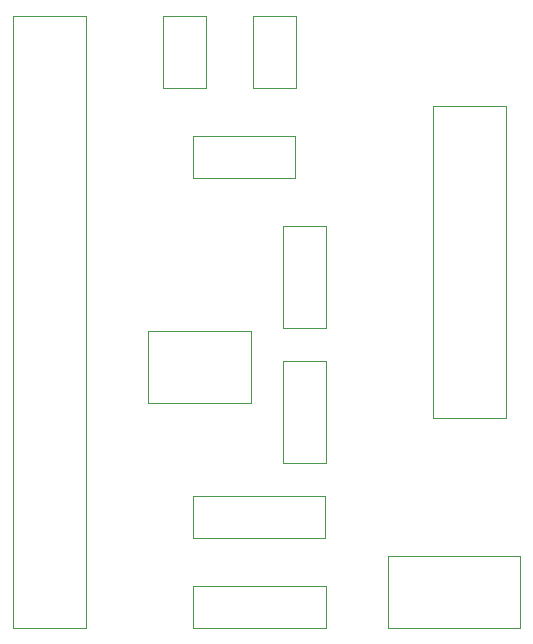
<source format=gbr>
%TF.GenerationSoftware,KiCad,Pcbnew,6.0.9-8da3e8f707~117~ubuntu22.04.1*%
%TF.CreationDate,2022-12-19T08:44:55+01:00*%
%TF.ProjectId,rpi-dev-board,7270692d-6465-4762-9d62-6f6172642e6b,rev?*%
%TF.SameCoordinates,Original*%
%TF.FileFunction,Other,User*%
%FSLAX46Y46*%
G04 Gerber Fmt 4.6, Leading zero omitted, Abs format (unit mm)*
G04 Created by KiCad (PCBNEW 6.0.9-8da3e8f707~117~ubuntu22.04.1) date 2022-12-19 08:44:55*
%MOMM*%
%LPD*%
G01*
G04 APERTURE LIST*
%ADD10C,0.050000*%
G04 APERTURE END LIST*
D10*
%TO.C,J7*%
X107420000Y-67850000D02*
X111020000Y-67850000D01*
X107420000Y-61700000D02*
X107420000Y-67850000D01*
X111020000Y-61700000D02*
X107420000Y-61700000D01*
X111020000Y-67850000D02*
X111020000Y-61700000D01*
%TO.C,J6*%
X114830000Y-94520000D02*
X114830000Y-88370000D01*
X106180000Y-94520000D02*
X114830000Y-94520000D01*
X106180000Y-88370000D02*
X106180000Y-94520000D01*
X114830000Y-88370000D02*
X106180000Y-88370000D01*
%TO.C,J9*%
X121180000Y-113560000D02*
X121180000Y-109960000D01*
X109980000Y-113560000D02*
X121180000Y-113560000D01*
X109980000Y-109960000D02*
X109980000Y-113560000D01*
X121180000Y-109960000D02*
X109980000Y-109960000D01*
%TO.C,J8*%
X115040000Y-61700000D02*
X115040000Y-67850000D01*
X118640000Y-61700000D02*
X115040000Y-61700000D01*
X115040000Y-67850000D02*
X118640000Y-67850000D01*
X118640000Y-67850000D02*
X118640000Y-61700000D01*
%TO.C,J4*%
X117580000Y-79480000D02*
X117580000Y-88130000D01*
X121180000Y-79480000D02*
X117580000Y-79480000D01*
X117580000Y-88130000D02*
X121180000Y-88130000D01*
X121180000Y-88130000D02*
X121180000Y-79480000D01*
%TO.C,J11*%
X137670000Y-107410000D02*
X126470000Y-107410000D01*
X126470000Y-107410000D02*
X126470000Y-113560000D01*
X137670000Y-113560000D02*
X137670000Y-107410000D01*
X126470000Y-113560000D02*
X137670000Y-113560000D01*
%TO.C,J5*%
X109960000Y-105940000D02*
X121160000Y-105940000D01*
X121160000Y-102340000D02*
X109960000Y-102340000D01*
X121160000Y-105940000D02*
X121160000Y-102340000D01*
X109960000Y-102340000D02*
X109960000Y-105940000D01*
%TO.C,J2*%
X118610000Y-75460000D02*
X118610000Y-71860000D01*
X109960000Y-75460000D02*
X118610000Y-75460000D01*
X118610000Y-71860000D02*
X109960000Y-71860000D01*
X109960000Y-71860000D02*
X109960000Y-75460000D01*
%TO.C,J0*%
X100870000Y-61700000D02*
X94720000Y-61700000D01*
X94720000Y-113550000D02*
X100870000Y-113550000D01*
X100870000Y-113550000D02*
X100870000Y-61700000D01*
X94720000Y-61700000D02*
X94720000Y-113550000D01*
%TO.C,J3*%
X117580000Y-99560000D02*
X121180000Y-99560000D01*
X121180000Y-99560000D02*
X121180000Y-90910000D01*
X117580000Y-90910000D02*
X117580000Y-99560000D01*
X121180000Y-90910000D02*
X117580000Y-90910000D01*
%TO.C,J1*%
X136430000Y-95770000D02*
X136430000Y-69320000D01*
X136430000Y-69320000D02*
X130280000Y-69320000D01*
X130280000Y-69320000D02*
X130280000Y-95770000D01*
X130280000Y-95770000D02*
X136430000Y-95770000D01*
%TD*%
M02*

</source>
